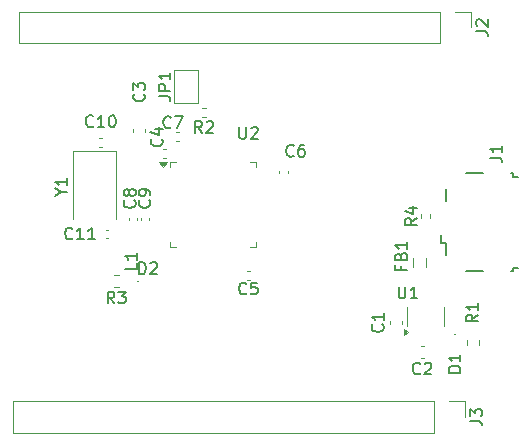
<source format=gbr>
%TF.GenerationSoftware,KiCad,Pcbnew,8.0.8*%
%TF.CreationDate,2025-01-21T23:24:59+01:00*%
%TF.ProjectId,STM32_Design,53544d33-325f-4446-9573-69676e2e6b69,rev?*%
%TF.SameCoordinates,Original*%
%TF.FileFunction,Legend,Top*%
%TF.FilePolarity,Positive*%
%FSLAX46Y46*%
G04 Gerber Fmt 4.6, Leading zero omitted, Abs format (unit mm)*
G04 Created by KiCad (PCBNEW 8.0.8) date 2025-01-21 23:24:59*
%MOMM*%
%LPD*%
G01*
G04 APERTURE LIST*
%ADD10C,0.150000*%
%ADD11C,0.120000*%
%ADD12C,0.100000*%
G04 APERTURE END LIST*
D10*
X112054819Y-83466666D02*
X112054819Y-83942856D01*
X112054819Y-83942856D02*
X111054819Y-83942856D01*
X112054819Y-82609523D02*
X112054819Y-83180951D01*
X112054819Y-82895237D02*
X111054819Y-82895237D01*
X111054819Y-82895237D02*
X111197676Y-82990475D01*
X111197676Y-82990475D02*
X111292914Y-83085713D01*
X111292914Y-83085713D02*
X111340533Y-83180951D01*
X105678628Y-77476190D02*
X106154819Y-77476190D01*
X105154819Y-77809523D02*
X105678628Y-77476190D01*
X105678628Y-77476190D02*
X105154819Y-77142857D01*
X106154819Y-76285714D02*
X106154819Y-76857142D01*
X106154819Y-76571428D02*
X105154819Y-76571428D01*
X105154819Y-76571428D02*
X105297676Y-76666666D01*
X105297676Y-76666666D02*
X105392914Y-76761904D01*
X105392914Y-76761904D02*
X105440533Y-76857142D01*
X120738095Y-71954819D02*
X120738095Y-72764342D01*
X120738095Y-72764342D02*
X120785714Y-72859580D01*
X120785714Y-72859580D02*
X120833333Y-72907200D01*
X120833333Y-72907200D02*
X120928571Y-72954819D01*
X120928571Y-72954819D02*
X121119047Y-72954819D01*
X121119047Y-72954819D02*
X121214285Y-72907200D01*
X121214285Y-72907200D02*
X121261904Y-72859580D01*
X121261904Y-72859580D02*
X121309523Y-72764342D01*
X121309523Y-72764342D02*
X121309523Y-71954819D01*
X121738095Y-72050057D02*
X121785714Y-72002438D01*
X121785714Y-72002438D02*
X121880952Y-71954819D01*
X121880952Y-71954819D02*
X122119047Y-71954819D01*
X122119047Y-71954819D02*
X122214285Y-72002438D01*
X122214285Y-72002438D02*
X122261904Y-72050057D01*
X122261904Y-72050057D02*
X122309523Y-72145295D01*
X122309523Y-72145295D02*
X122309523Y-72240533D01*
X122309523Y-72240533D02*
X122261904Y-72383390D01*
X122261904Y-72383390D02*
X121690476Y-72954819D01*
X121690476Y-72954819D02*
X122309523Y-72954819D01*
X134238095Y-85454819D02*
X134238095Y-86264342D01*
X134238095Y-86264342D02*
X134285714Y-86359580D01*
X134285714Y-86359580D02*
X134333333Y-86407200D01*
X134333333Y-86407200D02*
X134428571Y-86454819D01*
X134428571Y-86454819D02*
X134619047Y-86454819D01*
X134619047Y-86454819D02*
X134714285Y-86407200D01*
X134714285Y-86407200D02*
X134761904Y-86359580D01*
X134761904Y-86359580D02*
X134809523Y-86264342D01*
X134809523Y-86264342D02*
X134809523Y-85454819D01*
X135809523Y-86454819D02*
X135238095Y-86454819D01*
X135523809Y-86454819D02*
X135523809Y-85454819D01*
X135523809Y-85454819D02*
X135428571Y-85597676D01*
X135428571Y-85597676D02*
X135333333Y-85692914D01*
X135333333Y-85692914D02*
X135238095Y-85740533D01*
X135784819Y-79666666D02*
X135308628Y-79999999D01*
X135784819Y-80238094D02*
X134784819Y-80238094D01*
X134784819Y-80238094D02*
X134784819Y-79857142D01*
X134784819Y-79857142D02*
X134832438Y-79761904D01*
X134832438Y-79761904D02*
X134880057Y-79714285D01*
X134880057Y-79714285D02*
X134975295Y-79666666D01*
X134975295Y-79666666D02*
X135118152Y-79666666D01*
X135118152Y-79666666D02*
X135213390Y-79714285D01*
X135213390Y-79714285D02*
X135261009Y-79761904D01*
X135261009Y-79761904D02*
X135308628Y-79857142D01*
X135308628Y-79857142D02*
X135308628Y-80238094D01*
X135118152Y-78809523D02*
X135784819Y-78809523D01*
X134737200Y-79047618D02*
X135451485Y-79285713D01*
X135451485Y-79285713D02*
X135451485Y-78666666D01*
X110158333Y-86884819D02*
X109825000Y-86408628D01*
X109586905Y-86884819D02*
X109586905Y-85884819D01*
X109586905Y-85884819D02*
X109967857Y-85884819D01*
X109967857Y-85884819D02*
X110063095Y-85932438D01*
X110063095Y-85932438D02*
X110110714Y-85980057D01*
X110110714Y-85980057D02*
X110158333Y-86075295D01*
X110158333Y-86075295D02*
X110158333Y-86218152D01*
X110158333Y-86218152D02*
X110110714Y-86313390D01*
X110110714Y-86313390D02*
X110063095Y-86361009D01*
X110063095Y-86361009D02*
X109967857Y-86408628D01*
X109967857Y-86408628D02*
X109586905Y-86408628D01*
X110491667Y-85884819D02*
X111110714Y-85884819D01*
X111110714Y-85884819D02*
X110777381Y-86265771D01*
X110777381Y-86265771D02*
X110920238Y-86265771D01*
X110920238Y-86265771D02*
X111015476Y-86313390D01*
X111015476Y-86313390D02*
X111063095Y-86361009D01*
X111063095Y-86361009D02*
X111110714Y-86456247D01*
X111110714Y-86456247D02*
X111110714Y-86694342D01*
X111110714Y-86694342D02*
X111063095Y-86789580D01*
X111063095Y-86789580D02*
X111015476Y-86837200D01*
X111015476Y-86837200D02*
X110920238Y-86884819D01*
X110920238Y-86884819D02*
X110634524Y-86884819D01*
X110634524Y-86884819D02*
X110539286Y-86837200D01*
X110539286Y-86837200D02*
X110491667Y-86789580D01*
X117583333Y-72454819D02*
X117250000Y-71978628D01*
X117011905Y-72454819D02*
X117011905Y-71454819D01*
X117011905Y-71454819D02*
X117392857Y-71454819D01*
X117392857Y-71454819D02*
X117488095Y-71502438D01*
X117488095Y-71502438D02*
X117535714Y-71550057D01*
X117535714Y-71550057D02*
X117583333Y-71645295D01*
X117583333Y-71645295D02*
X117583333Y-71788152D01*
X117583333Y-71788152D02*
X117535714Y-71883390D01*
X117535714Y-71883390D02*
X117488095Y-71931009D01*
X117488095Y-71931009D02*
X117392857Y-71978628D01*
X117392857Y-71978628D02*
X117011905Y-71978628D01*
X117964286Y-71550057D02*
X118011905Y-71502438D01*
X118011905Y-71502438D02*
X118107143Y-71454819D01*
X118107143Y-71454819D02*
X118345238Y-71454819D01*
X118345238Y-71454819D02*
X118440476Y-71502438D01*
X118440476Y-71502438D02*
X118488095Y-71550057D01*
X118488095Y-71550057D02*
X118535714Y-71645295D01*
X118535714Y-71645295D02*
X118535714Y-71740533D01*
X118535714Y-71740533D02*
X118488095Y-71883390D01*
X118488095Y-71883390D02*
X117916667Y-72454819D01*
X117916667Y-72454819D02*
X118535714Y-72454819D01*
X140954819Y-87841666D02*
X140478628Y-88174999D01*
X140954819Y-88413094D02*
X139954819Y-88413094D01*
X139954819Y-88413094D02*
X139954819Y-88032142D01*
X139954819Y-88032142D02*
X140002438Y-87936904D01*
X140002438Y-87936904D02*
X140050057Y-87889285D01*
X140050057Y-87889285D02*
X140145295Y-87841666D01*
X140145295Y-87841666D02*
X140288152Y-87841666D01*
X140288152Y-87841666D02*
X140383390Y-87889285D01*
X140383390Y-87889285D02*
X140431009Y-87936904D01*
X140431009Y-87936904D02*
X140478628Y-88032142D01*
X140478628Y-88032142D02*
X140478628Y-88413094D01*
X140954819Y-86889285D02*
X140954819Y-87460713D01*
X140954819Y-87174999D02*
X139954819Y-87174999D01*
X139954819Y-87174999D02*
X140097676Y-87270237D01*
X140097676Y-87270237D02*
X140192914Y-87365475D01*
X140192914Y-87365475D02*
X140240533Y-87460713D01*
X113904819Y-69333333D02*
X114619104Y-69333333D01*
X114619104Y-69333333D02*
X114761961Y-69380952D01*
X114761961Y-69380952D02*
X114857200Y-69476190D01*
X114857200Y-69476190D02*
X114904819Y-69619047D01*
X114904819Y-69619047D02*
X114904819Y-69714285D01*
X114904819Y-68857142D02*
X113904819Y-68857142D01*
X113904819Y-68857142D02*
X113904819Y-68476190D01*
X113904819Y-68476190D02*
X113952438Y-68380952D01*
X113952438Y-68380952D02*
X114000057Y-68333333D01*
X114000057Y-68333333D02*
X114095295Y-68285714D01*
X114095295Y-68285714D02*
X114238152Y-68285714D01*
X114238152Y-68285714D02*
X114333390Y-68333333D01*
X114333390Y-68333333D02*
X114381009Y-68380952D01*
X114381009Y-68380952D02*
X114428628Y-68476190D01*
X114428628Y-68476190D02*
X114428628Y-68857142D01*
X114904819Y-67333333D02*
X114904819Y-67904761D01*
X114904819Y-67619047D02*
X113904819Y-67619047D01*
X113904819Y-67619047D02*
X114047676Y-67714285D01*
X114047676Y-67714285D02*
X114142914Y-67809523D01*
X114142914Y-67809523D02*
X114190533Y-67904761D01*
X140284819Y-96833333D02*
X140999104Y-96833333D01*
X140999104Y-96833333D02*
X141141961Y-96880952D01*
X141141961Y-96880952D02*
X141237200Y-96976190D01*
X141237200Y-96976190D02*
X141284819Y-97119047D01*
X141284819Y-97119047D02*
X141284819Y-97214285D01*
X140284819Y-96452380D02*
X140284819Y-95833333D01*
X140284819Y-95833333D02*
X140665771Y-96166666D01*
X140665771Y-96166666D02*
X140665771Y-96023809D01*
X140665771Y-96023809D02*
X140713390Y-95928571D01*
X140713390Y-95928571D02*
X140761009Y-95880952D01*
X140761009Y-95880952D02*
X140856247Y-95833333D01*
X140856247Y-95833333D02*
X141094342Y-95833333D01*
X141094342Y-95833333D02*
X141189580Y-95880952D01*
X141189580Y-95880952D02*
X141237200Y-95928571D01*
X141237200Y-95928571D02*
X141284819Y-96023809D01*
X141284819Y-96023809D02*
X141284819Y-96309523D01*
X141284819Y-96309523D02*
X141237200Y-96404761D01*
X141237200Y-96404761D02*
X141189580Y-96452380D01*
X140784819Y-63833333D02*
X141499104Y-63833333D01*
X141499104Y-63833333D02*
X141641961Y-63880952D01*
X141641961Y-63880952D02*
X141737200Y-63976190D01*
X141737200Y-63976190D02*
X141784819Y-64119047D01*
X141784819Y-64119047D02*
X141784819Y-64214285D01*
X140880057Y-63404761D02*
X140832438Y-63357142D01*
X140832438Y-63357142D02*
X140784819Y-63261904D01*
X140784819Y-63261904D02*
X140784819Y-63023809D01*
X140784819Y-63023809D02*
X140832438Y-62928571D01*
X140832438Y-62928571D02*
X140880057Y-62880952D01*
X140880057Y-62880952D02*
X140975295Y-62833333D01*
X140975295Y-62833333D02*
X141070533Y-62833333D01*
X141070533Y-62833333D02*
X141213390Y-62880952D01*
X141213390Y-62880952D02*
X141784819Y-63452380D01*
X141784819Y-63452380D02*
X141784819Y-62833333D01*
X141954819Y-74533333D02*
X142669104Y-74533333D01*
X142669104Y-74533333D02*
X142811961Y-74580952D01*
X142811961Y-74580952D02*
X142907200Y-74676190D01*
X142907200Y-74676190D02*
X142954819Y-74819047D01*
X142954819Y-74819047D02*
X142954819Y-74914285D01*
X142954819Y-73533333D02*
X142954819Y-74104761D01*
X142954819Y-73819047D02*
X141954819Y-73819047D01*
X141954819Y-73819047D02*
X142097676Y-73914285D01*
X142097676Y-73914285D02*
X142192914Y-74009523D01*
X142192914Y-74009523D02*
X142240533Y-74104761D01*
X134431009Y-83733333D02*
X134431009Y-84066666D01*
X134954819Y-84066666D02*
X133954819Y-84066666D01*
X133954819Y-84066666D02*
X133954819Y-83590476D01*
X134431009Y-82876190D02*
X134478628Y-82733333D01*
X134478628Y-82733333D02*
X134526247Y-82685714D01*
X134526247Y-82685714D02*
X134621485Y-82638095D01*
X134621485Y-82638095D02*
X134764342Y-82638095D01*
X134764342Y-82638095D02*
X134859580Y-82685714D01*
X134859580Y-82685714D02*
X134907200Y-82733333D01*
X134907200Y-82733333D02*
X134954819Y-82828571D01*
X134954819Y-82828571D02*
X134954819Y-83209523D01*
X134954819Y-83209523D02*
X133954819Y-83209523D01*
X133954819Y-83209523D02*
X133954819Y-82876190D01*
X133954819Y-82876190D02*
X134002438Y-82780952D01*
X134002438Y-82780952D02*
X134050057Y-82733333D01*
X134050057Y-82733333D02*
X134145295Y-82685714D01*
X134145295Y-82685714D02*
X134240533Y-82685714D01*
X134240533Y-82685714D02*
X134335771Y-82733333D01*
X134335771Y-82733333D02*
X134383390Y-82780952D01*
X134383390Y-82780952D02*
X134431009Y-82876190D01*
X134431009Y-82876190D02*
X134431009Y-83209523D01*
X134954819Y-81685714D02*
X134954819Y-82257142D01*
X134954819Y-81971428D02*
X133954819Y-81971428D01*
X133954819Y-81971428D02*
X134097676Y-82066666D01*
X134097676Y-82066666D02*
X134192914Y-82161904D01*
X134192914Y-82161904D02*
X134240533Y-82257142D01*
X112261905Y-84404819D02*
X112261905Y-83404819D01*
X112261905Y-83404819D02*
X112500000Y-83404819D01*
X112500000Y-83404819D02*
X112642857Y-83452438D01*
X112642857Y-83452438D02*
X112738095Y-83547676D01*
X112738095Y-83547676D02*
X112785714Y-83642914D01*
X112785714Y-83642914D02*
X112833333Y-83833390D01*
X112833333Y-83833390D02*
X112833333Y-83976247D01*
X112833333Y-83976247D02*
X112785714Y-84166723D01*
X112785714Y-84166723D02*
X112738095Y-84261961D01*
X112738095Y-84261961D02*
X112642857Y-84357200D01*
X112642857Y-84357200D02*
X112500000Y-84404819D01*
X112500000Y-84404819D02*
X112261905Y-84404819D01*
X113214286Y-83500057D02*
X113261905Y-83452438D01*
X113261905Y-83452438D02*
X113357143Y-83404819D01*
X113357143Y-83404819D02*
X113595238Y-83404819D01*
X113595238Y-83404819D02*
X113690476Y-83452438D01*
X113690476Y-83452438D02*
X113738095Y-83500057D01*
X113738095Y-83500057D02*
X113785714Y-83595295D01*
X113785714Y-83595295D02*
X113785714Y-83690533D01*
X113785714Y-83690533D02*
X113738095Y-83833390D01*
X113738095Y-83833390D02*
X113166667Y-84404819D01*
X113166667Y-84404819D02*
X113785714Y-84404819D01*
X139454819Y-92738094D02*
X138454819Y-92738094D01*
X138454819Y-92738094D02*
X138454819Y-92499999D01*
X138454819Y-92499999D02*
X138502438Y-92357142D01*
X138502438Y-92357142D02*
X138597676Y-92261904D01*
X138597676Y-92261904D02*
X138692914Y-92214285D01*
X138692914Y-92214285D02*
X138883390Y-92166666D01*
X138883390Y-92166666D02*
X139026247Y-92166666D01*
X139026247Y-92166666D02*
X139216723Y-92214285D01*
X139216723Y-92214285D02*
X139311961Y-92261904D01*
X139311961Y-92261904D02*
X139407200Y-92357142D01*
X139407200Y-92357142D02*
X139454819Y-92499999D01*
X139454819Y-92499999D02*
X139454819Y-92738094D01*
X139454819Y-91214285D02*
X139454819Y-91785713D01*
X139454819Y-91499999D02*
X138454819Y-91499999D01*
X138454819Y-91499999D02*
X138597676Y-91595237D01*
X138597676Y-91595237D02*
X138692914Y-91690475D01*
X138692914Y-91690475D02*
X138740533Y-91785713D01*
X106607142Y-81359580D02*
X106559523Y-81407200D01*
X106559523Y-81407200D02*
X106416666Y-81454819D01*
X106416666Y-81454819D02*
X106321428Y-81454819D01*
X106321428Y-81454819D02*
X106178571Y-81407200D01*
X106178571Y-81407200D02*
X106083333Y-81311961D01*
X106083333Y-81311961D02*
X106035714Y-81216723D01*
X106035714Y-81216723D02*
X105988095Y-81026247D01*
X105988095Y-81026247D02*
X105988095Y-80883390D01*
X105988095Y-80883390D02*
X106035714Y-80692914D01*
X106035714Y-80692914D02*
X106083333Y-80597676D01*
X106083333Y-80597676D02*
X106178571Y-80502438D01*
X106178571Y-80502438D02*
X106321428Y-80454819D01*
X106321428Y-80454819D02*
X106416666Y-80454819D01*
X106416666Y-80454819D02*
X106559523Y-80502438D01*
X106559523Y-80502438D02*
X106607142Y-80550057D01*
X107559523Y-81454819D02*
X106988095Y-81454819D01*
X107273809Y-81454819D02*
X107273809Y-80454819D01*
X107273809Y-80454819D02*
X107178571Y-80597676D01*
X107178571Y-80597676D02*
X107083333Y-80692914D01*
X107083333Y-80692914D02*
X106988095Y-80740533D01*
X108511904Y-81454819D02*
X107940476Y-81454819D01*
X108226190Y-81454819D02*
X108226190Y-80454819D01*
X108226190Y-80454819D02*
X108130952Y-80597676D01*
X108130952Y-80597676D02*
X108035714Y-80692914D01*
X108035714Y-80692914D02*
X107940476Y-80740533D01*
X108357142Y-71859580D02*
X108309523Y-71907200D01*
X108309523Y-71907200D02*
X108166666Y-71954819D01*
X108166666Y-71954819D02*
X108071428Y-71954819D01*
X108071428Y-71954819D02*
X107928571Y-71907200D01*
X107928571Y-71907200D02*
X107833333Y-71811961D01*
X107833333Y-71811961D02*
X107785714Y-71716723D01*
X107785714Y-71716723D02*
X107738095Y-71526247D01*
X107738095Y-71526247D02*
X107738095Y-71383390D01*
X107738095Y-71383390D02*
X107785714Y-71192914D01*
X107785714Y-71192914D02*
X107833333Y-71097676D01*
X107833333Y-71097676D02*
X107928571Y-71002438D01*
X107928571Y-71002438D02*
X108071428Y-70954819D01*
X108071428Y-70954819D02*
X108166666Y-70954819D01*
X108166666Y-70954819D02*
X108309523Y-71002438D01*
X108309523Y-71002438D02*
X108357142Y-71050057D01*
X109309523Y-71954819D02*
X108738095Y-71954819D01*
X109023809Y-71954819D02*
X109023809Y-70954819D01*
X109023809Y-70954819D02*
X108928571Y-71097676D01*
X108928571Y-71097676D02*
X108833333Y-71192914D01*
X108833333Y-71192914D02*
X108738095Y-71240533D01*
X109928571Y-70954819D02*
X110023809Y-70954819D01*
X110023809Y-70954819D02*
X110119047Y-71002438D01*
X110119047Y-71002438D02*
X110166666Y-71050057D01*
X110166666Y-71050057D02*
X110214285Y-71145295D01*
X110214285Y-71145295D02*
X110261904Y-71335771D01*
X110261904Y-71335771D02*
X110261904Y-71573866D01*
X110261904Y-71573866D02*
X110214285Y-71764342D01*
X110214285Y-71764342D02*
X110166666Y-71859580D01*
X110166666Y-71859580D02*
X110119047Y-71907200D01*
X110119047Y-71907200D02*
X110023809Y-71954819D01*
X110023809Y-71954819D02*
X109928571Y-71954819D01*
X109928571Y-71954819D02*
X109833333Y-71907200D01*
X109833333Y-71907200D02*
X109785714Y-71859580D01*
X109785714Y-71859580D02*
X109738095Y-71764342D01*
X109738095Y-71764342D02*
X109690476Y-71573866D01*
X109690476Y-71573866D02*
X109690476Y-71335771D01*
X109690476Y-71335771D02*
X109738095Y-71145295D01*
X109738095Y-71145295D02*
X109785714Y-71050057D01*
X109785714Y-71050057D02*
X109833333Y-71002438D01*
X109833333Y-71002438D02*
X109928571Y-70954819D01*
X113109580Y-78146666D02*
X113157200Y-78194285D01*
X113157200Y-78194285D02*
X113204819Y-78337142D01*
X113204819Y-78337142D02*
X113204819Y-78432380D01*
X113204819Y-78432380D02*
X113157200Y-78575237D01*
X113157200Y-78575237D02*
X113061961Y-78670475D01*
X113061961Y-78670475D02*
X112966723Y-78718094D01*
X112966723Y-78718094D02*
X112776247Y-78765713D01*
X112776247Y-78765713D02*
X112633390Y-78765713D01*
X112633390Y-78765713D02*
X112442914Y-78718094D01*
X112442914Y-78718094D02*
X112347676Y-78670475D01*
X112347676Y-78670475D02*
X112252438Y-78575237D01*
X112252438Y-78575237D02*
X112204819Y-78432380D01*
X112204819Y-78432380D02*
X112204819Y-78337142D01*
X112204819Y-78337142D02*
X112252438Y-78194285D01*
X112252438Y-78194285D02*
X112300057Y-78146666D01*
X113204819Y-77670475D02*
X113204819Y-77479999D01*
X113204819Y-77479999D02*
X113157200Y-77384761D01*
X113157200Y-77384761D02*
X113109580Y-77337142D01*
X113109580Y-77337142D02*
X112966723Y-77241904D01*
X112966723Y-77241904D02*
X112776247Y-77194285D01*
X112776247Y-77194285D02*
X112395295Y-77194285D01*
X112395295Y-77194285D02*
X112300057Y-77241904D01*
X112300057Y-77241904D02*
X112252438Y-77289523D01*
X112252438Y-77289523D02*
X112204819Y-77384761D01*
X112204819Y-77384761D02*
X112204819Y-77575237D01*
X112204819Y-77575237D02*
X112252438Y-77670475D01*
X112252438Y-77670475D02*
X112300057Y-77718094D01*
X112300057Y-77718094D02*
X112395295Y-77765713D01*
X112395295Y-77765713D02*
X112633390Y-77765713D01*
X112633390Y-77765713D02*
X112728628Y-77718094D01*
X112728628Y-77718094D02*
X112776247Y-77670475D01*
X112776247Y-77670475D02*
X112823866Y-77575237D01*
X112823866Y-77575237D02*
X112823866Y-77384761D01*
X112823866Y-77384761D02*
X112776247Y-77289523D01*
X112776247Y-77289523D02*
X112728628Y-77241904D01*
X112728628Y-77241904D02*
X112633390Y-77194285D01*
X111859580Y-78166666D02*
X111907200Y-78214285D01*
X111907200Y-78214285D02*
X111954819Y-78357142D01*
X111954819Y-78357142D02*
X111954819Y-78452380D01*
X111954819Y-78452380D02*
X111907200Y-78595237D01*
X111907200Y-78595237D02*
X111811961Y-78690475D01*
X111811961Y-78690475D02*
X111716723Y-78738094D01*
X111716723Y-78738094D02*
X111526247Y-78785713D01*
X111526247Y-78785713D02*
X111383390Y-78785713D01*
X111383390Y-78785713D02*
X111192914Y-78738094D01*
X111192914Y-78738094D02*
X111097676Y-78690475D01*
X111097676Y-78690475D02*
X111002438Y-78595237D01*
X111002438Y-78595237D02*
X110954819Y-78452380D01*
X110954819Y-78452380D02*
X110954819Y-78357142D01*
X110954819Y-78357142D02*
X111002438Y-78214285D01*
X111002438Y-78214285D02*
X111050057Y-78166666D01*
X111383390Y-77595237D02*
X111335771Y-77690475D01*
X111335771Y-77690475D02*
X111288152Y-77738094D01*
X111288152Y-77738094D02*
X111192914Y-77785713D01*
X111192914Y-77785713D02*
X111145295Y-77785713D01*
X111145295Y-77785713D02*
X111050057Y-77738094D01*
X111050057Y-77738094D02*
X111002438Y-77690475D01*
X111002438Y-77690475D02*
X110954819Y-77595237D01*
X110954819Y-77595237D02*
X110954819Y-77404761D01*
X110954819Y-77404761D02*
X111002438Y-77309523D01*
X111002438Y-77309523D02*
X111050057Y-77261904D01*
X111050057Y-77261904D02*
X111145295Y-77214285D01*
X111145295Y-77214285D02*
X111192914Y-77214285D01*
X111192914Y-77214285D02*
X111288152Y-77261904D01*
X111288152Y-77261904D02*
X111335771Y-77309523D01*
X111335771Y-77309523D02*
X111383390Y-77404761D01*
X111383390Y-77404761D02*
X111383390Y-77595237D01*
X111383390Y-77595237D02*
X111431009Y-77690475D01*
X111431009Y-77690475D02*
X111478628Y-77738094D01*
X111478628Y-77738094D02*
X111573866Y-77785713D01*
X111573866Y-77785713D02*
X111764342Y-77785713D01*
X111764342Y-77785713D02*
X111859580Y-77738094D01*
X111859580Y-77738094D02*
X111907200Y-77690475D01*
X111907200Y-77690475D02*
X111954819Y-77595237D01*
X111954819Y-77595237D02*
X111954819Y-77404761D01*
X111954819Y-77404761D02*
X111907200Y-77309523D01*
X111907200Y-77309523D02*
X111859580Y-77261904D01*
X111859580Y-77261904D02*
X111764342Y-77214285D01*
X111764342Y-77214285D02*
X111573866Y-77214285D01*
X111573866Y-77214285D02*
X111478628Y-77261904D01*
X111478628Y-77261904D02*
X111431009Y-77309523D01*
X111431009Y-77309523D02*
X111383390Y-77404761D01*
X114933333Y-71959580D02*
X114885714Y-72007200D01*
X114885714Y-72007200D02*
X114742857Y-72054819D01*
X114742857Y-72054819D02*
X114647619Y-72054819D01*
X114647619Y-72054819D02*
X114504762Y-72007200D01*
X114504762Y-72007200D02*
X114409524Y-71911961D01*
X114409524Y-71911961D02*
X114361905Y-71816723D01*
X114361905Y-71816723D02*
X114314286Y-71626247D01*
X114314286Y-71626247D02*
X114314286Y-71483390D01*
X114314286Y-71483390D02*
X114361905Y-71292914D01*
X114361905Y-71292914D02*
X114409524Y-71197676D01*
X114409524Y-71197676D02*
X114504762Y-71102438D01*
X114504762Y-71102438D02*
X114647619Y-71054819D01*
X114647619Y-71054819D02*
X114742857Y-71054819D01*
X114742857Y-71054819D02*
X114885714Y-71102438D01*
X114885714Y-71102438D02*
X114933333Y-71150057D01*
X115266667Y-71054819D02*
X115933333Y-71054819D01*
X115933333Y-71054819D02*
X115504762Y-72054819D01*
X125333333Y-74359580D02*
X125285714Y-74407200D01*
X125285714Y-74407200D02*
X125142857Y-74454819D01*
X125142857Y-74454819D02*
X125047619Y-74454819D01*
X125047619Y-74454819D02*
X124904762Y-74407200D01*
X124904762Y-74407200D02*
X124809524Y-74311961D01*
X124809524Y-74311961D02*
X124761905Y-74216723D01*
X124761905Y-74216723D02*
X124714286Y-74026247D01*
X124714286Y-74026247D02*
X124714286Y-73883390D01*
X124714286Y-73883390D02*
X124761905Y-73692914D01*
X124761905Y-73692914D02*
X124809524Y-73597676D01*
X124809524Y-73597676D02*
X124904762Y-73502438D01*
X124904762Y-73502438D02*
X125047619Y-73454819D01*
X125047619Y-73454819D02*
X125142857Y-73454819D01*
X125142857Y-73454819D02*
X125285714Y-73502438D01*
X125285714Y-73502438D02*
X125333333Y-73550057D01*
X126190476Y-73454819D02*
X126000000Y-73454819D01*
X126000000Y-73454819D02*
X125904762Y-73502438D01*
X125904762Y-73502438D02*
X125857143Y-73550057D01*
X125857143Y-73550057D02*
X125761905Y-73692914D01*
X125761905Y-73692914D02*
X125714286Y-73883390D01*
X125714286Y-73883390D02*
X125714286Y-74264342D01*
X125714286Y-74264342D02*
X125761905Y-74359580D01*
X125761905Y-74359580D02*
X125809524Y-74407200D01*
X125809524Y-74407200D02*
X125904762Y-74454819D01*
X125904762Y-74454819D02*
X126095238Y-74454819D01*
X126095238Y-74454819D02*
X126190476Y-74407200D01*
X126190476Y-74407200D02*
X126238095Y-74359580D01*
X126238095Y-74359580D02*
X126285714Y-74264342D01*
X126285714Y-74264342D02*
X126285714Y-74026247D01*
X126285714Y-74026247D02*
X126238095Y-73931009D01*
X126238095Y-73931009D02*
X126190476Y-73883390D01*
X126190476Y-73883390D02*
X126095238Y-73835771D01*
X126095238Y-73835771D02*
X125904762Y-73835771D01*
X125904762Y-73835771D02*
X125809524Y-73883390D01*
X125809524Y-73883390D02*
X125761905Y-73931009D01*
X125761905Y-73931009D02*
X125714286Y-74026247D01*
X121333333Y-86019580D02*
X121285714Y-86067200D01*
X121285714Y-86067200D02*
X121142857Y-86114819D01*
X121142857Y-86114819D02*
X121047619Y-86114819D01*
X121047619Y-86114819D02*
X120904762Y-86067200D01*
X120904762Y-86067200D02*
X120809524Y-85971961D01*
X120809524Y-85971961D02*
X120761905Y-85876723D01*
X120761905Y-85876723D02*
X120714286Y-85686247D01*
X120714286Y-85686247D02*
X120714286Y-85543390D01*
X120714286Y-85543390D02*
X120761905Y-85352914D01*
X120761905Y-85352914D02*
X120809524Y-85257676D01*
X120809524Y-85257676D02*
X120904762Y-85162438D01*
X120904762Y-85162438D02*
X121047619Y-85114819D01*
X121047619Y-85114819D02*
X121142857Y-85114819D01*
X121142857Y-85114819D02*
X121285714Y-85162438D01*
X121285714Y-85162438D02*
X121333333Y-85210057D01*
X122238095Y-85114819D02*
X121761905Y-85114819D01*
X121761905Y-85114819D02*
X121714286Y-85591009D01*
X121714286Y-85591009D02*
X121761905Y-85543390D01*
X121761905Y-85543390D02*
X121857143Y-85495771D01*
X121857143Y-85495771D02*
X122095238Y-85495771D01*
X122095238Y-85495771D02*
X122190476Y-85543390D01*
X122190476Y-85543390D02*
X122238095Y-85591009D01*
X122238095Y-85591009D02*
X122285714Y-85686247D01*
X122285714Y-85686247D02*
X122285714Y-85924342D01*
X122285714Y-85924342D02*
X122238095Y-86019580D01*
X122238095Y-86019580D02*
X122190476Y-86067200D01*
X122190476Y-86067200D02*
X122095238Y-86114819D01*
X122095238Y-86114819D02*
X121857143Y-86114819D01*
X121857143Y-86114819D02*
X121761905Y-86067200D01*
X121761905Y-86067200D02*
X121714286Y-86019580D01*
X114159580Y-72966666D02*
X114207200Y-73014285D01*
X114207200Y-73014285D02*
X114254819Y-73157142D01*
X114254819Y-73157142D02*
X114254819Y-73252380D01*
X114254819Y-73252380D02*
X114207200Y-73395237D01*
X114207200Y-73395237D02*
X114111961Y-73490475D01*
X114111961Y-73490475D02*
X114016723Y-73538094D01*
X114016723Y-73538094D02*
X113826247Y-73585713D01*
X113826247Y-73585713D02*
X113683390Y-73585713D01*
X113683390Y-73585713D02*
X113492914Y-73538094D01*
X113492914Y-73538094D02*
X113397676Y-73490475D01*
X113397676Y-73490475D02*
X113302438Y-73395237D01*
X113302438Y-73395237D02*
X113254819Y-73252380D01*
X113254819Y-73252380D02*
X113254819Y-73157142D01*
X113254819Y-73157142D02*
X113302438Y-73014285D01*
X113302438Y-73014285D02*
X113350057Y-72966666D01*
X113588152Y-72109523D02*
X114254819Y-72109523D01*
X113207200Y-72347618D02*
X113921485Y-72585713D01*
X113921485Y-72585713D02*
X113921485Y-71966666D01*
X112659580Y-69166666D02*
X112707200Y-69214285D01*
X112707200Y-69214285D02*
X112754819Y-69357142D01*
X112754819Y-69357142D02*
X112754819Y-69452380D01*
X112754819Y-69452380D02*
X112707200Y-69595237D01*
X112707200Y-69595237D02*
X112611961Y-69690475D01*
X112611961Y-69690475D02*
X112516723Y-69738094D01*
X112516723Y-69738094D02*
X112326247Y-69785713D01*
X112326247Y-69785713D02*
X112183390Y-69785713D01*
X112183390Y-69785713D02*
X111992914Y-69738094D01*
X111992914Y-69738094D02*
X111897676Y-69690475D01*
X111897676Y-69690475D02*
X111802438Y-69595237D01*
X111802438Y-69595237D02*
X111754819Y-69452380D01*
X111754819Y-69452380D02*
X111754819Y-69357142D01*
X111754819Y-69357142D02*
X111802438Y-69214285D01*
X111802438Y-69214285D02*
X111850057Y-69166666D01*
X111754819Y-68833332D02*
X111754819Y-68214285D01*
X111754819Y-68214285D02*
X112135771Y-68547618D01*
X112135771Y-68547618D02*
X112135771Y-68404761D01*
X112135771Y-68404761D02*
X112183390Y-68309523D01*
X112183390Y-68309523D02*
X112231009Y-68261904D01*
X112231009Y-68261904D02*
X112326247Y-68214285D01*
X112326247Y-68214285D02*
X112564342Y-68214285D01*
X112564342Y-68214285D02*
X112659580Y-68261904D01*
X112659580Y-68261904D02*
X112707200Y-68309523D01*
X112707200Y-68309523D02*
X112754819Y-68404761D01*
X112754819Y-68404761D02*
X112754819Y-68690475D01*
X112754819Y-68690475D02*
X112707200Y-68785713D01*
X112707200Y-68785713D02*
X112659580Y-68833332D01*
X136058333Y-92789580D02*
X136010714Y-92837200D01*
X136010714Y-92837200D02*
X135867857Y-92884819D01*
X135867857Y-92884819D02*
X135772619Y-92884819D01*
X135772619Y-92884819D02*
X135629762Y-92837200D01*
X135629762Y-92837200D02*
X135534524Y-92741961D01*
X135534524Y-92741961D02*
X135486905Y-92646723D01*
X135486905Y-92646723D02*
X135439286Y-92456247D01*
X135439286Y-92456247D02*
X135439286Y-92313390D01*
X135439286Y-92313390D02*
X135486905Y-92122914D01*
X135486905Y-92122914D02*
X135534524Y-92027676D01*
X135534524Y-92027676D02*
X135629762Y-91932438D01*
X135629762Y-91932438D02*
X135772619Y-91884819D01*
X135772619Y-91884819D02*
X135867857Y-91884819D01*
X135867857Y-91884819D02*
X136010714Y-91932438D01*
X136010714Y-91932438D02*
X136058333Y-91980057D01*
X136439286Y-91980057D02*
X136486905Y-91932438D01*
X136486905Y-91932438D02*
X136582143Y-91884819D01*
X136582143Y-91884819D02*
X136820238Y-91884819D01*
X136820238Y-91884819D02*
X136915476Y-91932438D01*
X136915476Y-91932438D02*
X136963095Y-91980057D01*
X136963095Y-91980057D02*
X137010714Y-92075295D01*
X137010714Y-92075295D02*
X137010714Y-92170533D01*
X137010714Y-92170533D02*
X136963095Y-92313390D01*
X136963095Y-92313390D02*
X136391667Y-92884819D01*
X136391667Y-92884819D02*
X137010714Y-92884819D01*
X132859580Y-88666666D02*
X132907200Y-88714285D01*
X132907200Y-88714285D02*
X132954819Y-88857142D01*
X132954819Y-88857142D02*
X132954819Y-88952380D01*
X132954819Y-88952380D02*
X132907200Y-89095237D01*
X132907200Y-89095237D02*
X132811961Y-89190475D01*
X132811961Y-89190475D02*
X132716723Y-89238094D01*
X132716723Y-89238094D02*
X132526247Y-89285713D01*
X132526247Y-89285713D02*
X132383390Y-89285713D01*
X132383390Y-89285713D02*
X132192914Y-89238094D01*
X132192914Y-89238094D02*
X132097676Y-89190475D01*
X132097676Y-89190475D02*
X132002438Y-89095237D01*
X132002438Y-89095237D02*
X131954819Y-88952380D01*
X131954819Y-88952380D02*
X131954819Y-88857142D01*
X131954819Y-88857142D02*
X132002438Y-88714285D01*
X132002438Y-88714285D02*
X132050057Y-88666666D01*
X132954819Y-87714285D02*
X132954819Y-88285713D01*
X132954819Y-87999999D02*
X131954819Y-87999999D01*
X131954819Y-87999999D02*
X132097676Y-88095237D01*
X132097676Y-88095237D02*
X132192914Y-88190475D01*
X132192914Y-88190475D02*
X132240533Y-88285713D01*
D11*
%TO.C,Y1*%
X110300000Y-73950000D02*
X106700000Y-73950000D01*
X106700000Y-73950000D02*
X106700000Y-79700000D01*
X110300000Y-79700000D02*
X110300000Y-73950000D01*
%TO.C,U2*%
X114890000Y-74890000D02*
X114890000Y-75340000D01*
X114890000Y-82110000D02*
X114890000Y-81660000D01*
X115340000Y-74890000D02*
X114890000Y-74890000D01*
X115340000Y-82110000D02*
X114890000Y-82110000D01*
X121660000Y-74890000D02*
X122110000Y-74890000D01*
X121660000Y-82110000D02*
X122110000Y-82110000D01*
X122110000Y-74890000D02*
X122110000Y-75340000D01*
X122110000Y-82110000D02*
X122110000Y-81660000D01*
X114300000Y-75340000D02*
X113960000Y-74870000D01*
X114640000Y-74870000D01*
X114300000Y-75340000D01*
G36*
X114300000Y-75340000D02*
G01*
X113960000Y-74870000D01*
X114640000Y-74870000D01*
X114300000Y-75340000D01*
G37*
%TO.C,U1*%
X134990000Y-89300000D02*
X134660000Y-89540000D01*
X134660000Y-89060000D01*
X134990000Y-89300000D01*
G36*
X134990000Y-89300000D02*
G01*
X134660000Y-89540000D01*
X134660000Y-89060000D01*
X134990000Y-89300000D01*
G37*
X138060000Y-88000000D02*
X138060000Y-87200000D01*
X138060000Y-88000000D02*
X138060000Y-88800000D01*
X134940000Y-88000000D02*
X134940000Y-87200000D01*
X134940000Y-88000000D02*
X134940000Y-88800000D01*
%TO.C,R4*%
X136880000Y-79653641D02*
X136880000Y-79346359D01*
X136120000Y-79653641D02*
X136120000Y-79346359D01*
%TO.C,R3*%
X110562258Y-85522500D02*
X110087742Y-85522500D01*
X110562258Y-84477500D02*
X110087742Y-84477500D01*
%TO.C,R2*%
X117903641Y-71130000D02*
X117596359Y-71130000D01*
X117903641Y-70370000D02*
X117596359Y-70370000D01*
%TO.C,R1*%
X141022500Y-89937742D02*
X141022500Y-90412258D01*
X139977500Y-89937742D02*
X139977500Y-90412258D01*
%TO.C,JP1*%
X115250000Y-69900000D02*
X115250000Y-67100000D01*
X117250000Y-69900000D02*
X115250000Y-69900000D01*
X115250000Y-67100000D02*
X117250000Y-67100000D01*
X117250000Y-67100000D02*
X117250000Y-69900000D01*
%TO.C,J3*%
X139830000Y-95170000D02*
X139830000Y-96500000D01*
X138500000Y-95170000D02*
X139830000Y-95170000D01*
X137230000Y-95170000D02*
X101610000Y-95170000D01*
X137230000Y-95170000D02*
X137230000Y-97830000D01*
X101610000Y-95170000D02*
X101610000Y-97830000D01*
X137230000Y-97830000D02*
X101610000Y-97830000D01*
%TO.C,J2*%
X140330000Y-62170000D02*
X140330000Y-63500000D01*
X139000000Y-62170000D02*
X140330000Y-62170000D01*
X137730000Y-62170000D02*
X102110000Y-62170000D01*
X137730000Y-62170000D02*
X137730000Y-64830000D01*
X102110000Y-62170000D02*
X102110000Y-64830000D01*
X137730000Y-64830000D02*
X102110000Y-64830000D01*
D10*
%TO.C,J1*%
X139950000Y-84150000D02*
X141350000Y-84150000D01*
X143750000Y-84150000D02*
X143900000Y-84150000D01*
X143900000Y-84150000D02*
X143900000Y-83850000D01*
X143900000Y-83850000D02*
X144350000Y-83850000D01*
X137775000Y-81800000D02*
X138200000Y-81800000D01*
X138200000Y-81800000D02*
X138200000Y-82800000D01*
X137775000Y-81075000D02*
X137775000Y-81800000D01*
X138200000Y-78200000D02*
X138200000Y-77200000D01*
X143900000Y-76150000D02*
X143900000Y-75850000D01*
X144350000Y-76150000D02*
X143900000Y-76150000D01*
X141350000Y-75850000D02*
X139950000Y-75850000D01*
X143900000Y-75850000D02*
X143750000Y-75850000D01*
D11*
%TO.C,FB1*%
X136560000Y-83000378D02*
X136560000Y-83799622D01*
X135440000Y-83000378D02*
X135440000Y-83799622D01*
D12*
%TO.C,D2*%
X112190000Y-85000000D02*
G75*
G02*
X112090000Y-85000000I-50000J0D01*
G01*
X112090000Y-85000000D02*
G75*
G02*
X112190000Y-85000000I50000J0D01*
G01*
%TO.C,D1*%
X139050000Y-89485000D02*
G75*
G02*
X138950000Y-89485000I-50000J0D01*
G01*
X138950000Y-89485000D02*
G75*
G02*
X139050000Y-89485000I50000J0D01*
G01*
D11*
%TO.C,C11*%
X109412164Y-80640000D02*
X109627836Y-80640000D01*
X109412164Y-81360000D02*
X109627836Y-81360000D01*
%TO.C,C10*%
X108892164Y-72890000D02*
X109107836Y-72890000D01*
X108892164Y-73610000D02*
X109107836Y-73610000D01*
%TO.C,C9*%
X112390000Y-79857836D02*
X112390000Y-79642164D01*
X113110000Y-79857836D02*
X113110000Y-79642164D01*
%TO.C,C8*%
X111390000Y-79857836D02*
X111390000Y-79642164D01*
X112110000Y-79857836D02*
X112110000Y-79642164D01*
%TO.C,C7*%
X115392164Y-72390000D02*
X115607836Y-72390000D01*
X115392164Y-73110000D02*
X115607836Y-73110000D01*
%TO.C,C6*%
X124140000Y-75642164D02*
X124140000Y-75857836D01*
X124860000Y-75642164D02*
X124860000Y-75857836D01*
%TO.C,C5*%
X121607836Y-84140000D02*
X121392164Y-84140000D01*
X121607836Y-84860000D02*
X121392164Y-84860000D01*
%TO.C,C4*%
X114507836Y-74560000D02*
X114292164Y-74560000D01*
X114507836Y-73840000D02*
X114292164Y-73840000D01*
%TO.C,C3*%
X111740000Y-72390580D02*
X111740000Y-72109420D01*
X112760000Y-72390580D02*
X112760000Y-72109420D01*
%TO.C,C2*%
X136365580Y-90490000D02*
X136084420Y-90490000D01*
X136365580Y-91510000D02*
X136084420Y-91510000D01*
%TO.C,C1*%
X133490000Y-88359420D02*
X133490000Y-88640580D01*
X134510000Y-88359420D02*
X134510000Y-88640580D01*
%TD*%
M02*

</source>
